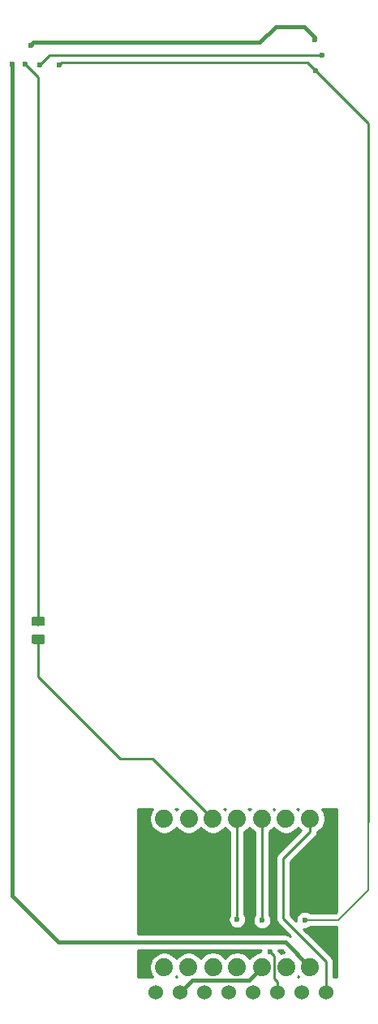
<source format=gbr>
G04 #@! TF.GenerationSoftware,KiCad,Pcbnew,(5.1.2)-1*
G04 #@! TF.CreationDate,2023-11-23T11:34:59+09:00*
G04 #@! TF.ProjectId,gopher_goldpilot_xiao_v2,676f7068-6572-45f6-976f-6c6470696c6f,rev?*
G04 #@! TF.SameCoordinates,Original*
G04 #@! TF.FileFunction,Copper,L2,Bot*
G04 #@! TF.FilePolarity,Positive*
%FSLAX46Y46*%
G04 Gerber Fmt 4.6, Leading zero omitted, Abs format (unit mm)*
G04 Created by KiCad (PCBNEW (5.1.2)-1) date 2023-11-23 11:34:59*
%MOMM*%
%LPD*%
G04 APERTURE LIST*
%ADD10C,1.524000*%
%ADD11C,1.879600*%
%ADD12C,0.100000*%
%ADD13C,0.975000*%
%ADD14C,0.600000*%
%ADD15C,0.250000*%
%ADD16C,0.200000*%
%ADD17C,0.400000*%
%ADD18C,0.254000*%
G04 APERTURE END LIST*
D10*
X127280000Y-169800000D03*
X124740000Y-169800000D03*
X122200000Y-169800000D03*
X119660000Y-169800000D03*
X117120000Y-169800000D03*
X114580000Y-169800000D03*
X112040000Y-169800000D03*
X109500000Y-169800000D03*
D11*
X125630000Y-167180000D03*
X123100000Y-167180000D03*
X120560000Y-167180000D03*
X118010000Y-167170000D03*
X115480000Y-167170000D03*
X112930000Y-167180000D03*
X110390000Y-167180000D03*
X110390000Y-151680000D03*
X112940000Y-151680000D03*
X115470000Y-151680000D03*
X118000000Y-151680000D03*
X120560000Y-151680000D03*
X123090000Y-151680000D03*
X125630000Y-151670000D03*
D12*
G36*
X97711342Y-130603074D02*
G01*
X97735003Y-130606584D01*
X97758207Y-130612396D01*
X97780729Y-130620454D01*
X97802353Y-130630682D01*
X97822870Y-130642979D01*
X97842083Y-130657229D01*
X97859807Y-130673293D01*
X97875871Y-130691017D01*
X97890121Y-130710230D01*
X97902418Y-130730747D01*
X97912646Y-130752371D01*
X97920704Y-130774893D01*
X97926516Y-130798097D01*
X97930026Y-130821758D01*
X97931200Y-130845650D01*
X97931200Y-131333150D01*
X97930026Y-131357042D01*
X97926516Y-131380703D01*
X97920704Y-131403907D01*
X97912646Y-131426429D01*
X97902418Y-131448053D01*
X97890121Y-131468570D01*
X97875871Y-131487783D01*
X97859807Y-131505507D01*
X97842083Y-131521571D01*
X97822870Y-131535821D01*
X97802353Y-131548118D01*
X97780729Y-131558346D01*
X97758207Y-131566404D01*
X97735003Y-131572216D01*
X97711342Y-131575726D01*
X97687450Y-131576900D01*
X96774950Y-131576900D01*
X96751058Y-131575726D01*
X96727397Y-131572216D01*
X96704193Y-131566404D01*
X96681671Y-131558346D01*
X96660047Y-131548118D01*
X96639530Y-131535821D01*
X96620317Y-131521571D01*
X96602593Y-131505507D01*
X96586529Y-131487783D01*
X96572279Y-131468570D01*
X96559982Y-131448053D01*
X96549754Y-131426429D01*
X96541696Y-131403907D01*
X96535884Y-131380703D01*
X96532374Y-131357042D01*
X96531200Y-131333150D01*
X96531200Y-130845650D01*
X96532374Y-130821758D01*
X96535884Y-130798097D01*
X96541696Y-130774893D01*
X96549754Y-130752371D01*
X96559982Y-130730747D01*
X96572279Y-130710230D01*
X96586529Y-130691017D01*
X96602593Y-130673293D01*
X96620317Y-130657229D01*
X96639530Y-130642979D01*
X96660047Y-130630682D01*
X96681671Y-130620454D01*
X96704193Y-130612396D01*
X96727397Y-130606584D01*
X96751058Y-130603074D01*
X96774950Y-130601900D01*
X97687450Y-130601900D01*
X97711342Y-130603074D01*
X97711342Y-130603074D01*
G37*
D13*
X97231200Y-131089400D03*
D12*
G36*
X97711342Y-132478074D02*
G01*
X97735003Y-132481584D01*
X97758207Y-132487396D01*
X97780729Y-132495454D01*
X97802353Y-132505682D01*
X97822870Y-132517979D01*
X97842083Y-132532229D01*
X97859807Y-132548293D01*
X97875871Y-132566017D01*
X97890121Y-132585230D01*
X97902418Y-132605747D01*
X97912646Y-132627371D01*
X97920704Y-132649893D01*
X97926516Y-132673097D01*
X97930026Y-132696758D01*
X97931200Y-132720650D01*
X97931200Y-133208150D01*
X97930026Y-133232042D01*
X97926516Y-133255703D01*
X97920704Y-133278907D01*
X97912646Y-133301429D01*
X97902418Y-133323053D01*
X97890121Y-133343570D01*
X97875871Y-133362783D01*
X97859807Y-133380507D01*
X97842083Y-133396571D01*
X97822870Y-133410821D01*
X97802353Y-133423118D01*
X97780729Y-133433346D01*
X97758207Y-133441404D01*
X97735003Y-133447216D01*
X97711342Y-133450726D01*
X97687450Y-133451900D01*
X96774950Y-133451900D01*
X96751058Y-133450726D01*
X96727397Y-133447216D01*
X96704193Y-133441404D01*
X96681671Y-133433346D01*
X96660047Y-133423118D01*
X96639530Y-133410821D01*
X96620317Y-133396571D01*
X96602593Y-133380507D01*
X96586529Y-133362783D01*
X96572279Y-133343570D01*
X96559982Y-133323053D01*
X96549754Y-133301429D01*
X96541696Y-133278907D01*
X96535884Y-133255703D01*
X96532374Y-133232042D01*
X96531200Y-133208150D01*
X96531200Y-132720650D01*
X96532374Y-132696758D01*
X96535884Y-132673097D01*
X96541696Y-132649893D01*
X96549754Y-132627371D01*
X96559982Y-132605747D01*
X96572279Y-132585230D01*
X96586529Y-132566017D01*
X96602593Y-132548293D01*
X96620317Y-132532229D01*
X96639530Y-132517979D01*
X96660047Y-132505682D01*
X96681671Y-132495454D01*
X96704193Y-132487396D01*
X96727397Y-132481584D01*
X96751058Y-132478074D01*
X96774950Y-132476900D01*
X97687450Y-132476900D01*
X97711342Y-132478074D01*
X97711342Y-132478074D01*
G37*
D13*
X97231200Y-132964400D03*
D14*
X99390200Y-73063100D03*
X126174500Y-73609200D03*
X125050000Y-162240000D03*
X97409000Y-72999600D03*
X126885700Y-72034400D03*
X95859600Y-72961500D03*
X94488000Y-72961500D03*
X96431100Y-70980300D03*
X126136400Y-70408800D03*
X121400000Y-165600000D03*
X120600000Y-162300000D03*
X118000000Y-162200000D03*
D15*
X126174500Y-73609200D02*
X131660900Y-79095600D01*
X131660900Y-79095600D02*
X131660900Y-152023700D01*
X99390200Y-73063100D02*
X99690199Y-72763101D01*
X125328401Y-72763101D02*
X126174500Y-73609200D01*
X99690199Y-72763101D02*
X125328401Y-72763101D01*
D16*
X131660900Y-152023700D02*
X131660900Y-159159100D01*
X131660900Y-159159100D02*
X128580000Y-162240000D01*
X128580000Y-162240000D02*
X125050000Y-162240000D01*
D15*
X97409000Y-72999600D02*
X98374200Y-72034400D01*
X98374200Y-72034400D02*
X126885700Y-72034400D01*
X95859600Y-72961500D02*
X97231200Y-74333100D01*
X97231200Y-74333100D02*
X97231200Y-127589280D01*
X97231200Y-127589280D02*
X97231200Y-131089400D01*
D17*
X96731099Y-70680301D02*
X120340399Y-70680301D01*
X96431100Y-70980300D02*
X96731099Y-70680301D01*
X120340399Y-70680301D02*
X122008900Y-69011800D01*
X122008900Y-69011800D02*
X125006100Y-69011800D01*
X125006100Y-69011800D02*
X126136400Y-70142100D01*
X126136400Y-70142100D02*
X126136400Y-70408800D01*
X94488000Y-72961500D02*
X94488000Y-151980900D01*
X125630000Y-167180000D02*
X123030000Y-164580000D01*
X123030000Y-164580000D02*
X99380000Y-164580000D01*
X94488000Y-159688000D02*
X94488000Y-151980900D01*
X99380000Y-164580000D02*
X94488000Y-159688000D01*
D15*
X121824801Y-168347171D02*
X121824801Y-166024801D01*
X122200000Y-169800000D02*
X122200000Y-168722370D01*
X122200000Y-168722370D02*
X121824801Y-168347171D01*
X121824801Y-166024801D02*
X121400000Y-165600000D01*
X120600000Y-151720000D02*
X120560000Y-151680000D01*
X120600000Y-162300000D02*
X120600000Y-151720000D01*
X118000000Y-162200000D02*
X118000000Y-151680000D01*
D17*
X113330199Y-168509801D02*
X112040000Y-169800000D01*
X120560000Y-167180000D02*
X119230199Y-168509801D01*
X119230199Y-168509801D02*
X113330199Y-168509801D01*
D15*
X97231200Y-132964400D02*
X97231200Y-136831200D01*
X97231200Y-136831200D02*
X105800000Y-145400000D01*
X109190000Y-145400000D02*
X115470000Y-151680000D01*
X105800000Y-145400000D02*
X109190000Y-145400000D01*
X127280000Y-166580000D02*
X127280000Y-169800000D01*
X122800000Y-162100000D02*
X127280000Y-166580000D01*
X122800000Y-155829077D02*
X122800000Y-162100000D01*
X125630000Y-151670000D02*
X125630000Y-152999077D01*
X125630000Y-152999077D02*
X122800000Y-155829077D01*
D18*
G36*
X128372786Y-168202939D02*
G01*
X128040000Y-168202780D01*
X128040000Y-166617325D01*
X128043676Y-166580000D01*
X128040000Y-166542675D01*
X128040000Y-166542667D01*
X128029003Y-166431014D01*
X127985546Y-166287753D01*
X127914974Y-166155724D01*
X127820001Y-166039999D01*
X127791004Y-166016202D01*
X124947788Y-163172986D01*
X124957911Y-163175000D01*
X125142089Y-163175000D01*
X125322729Y-163139068D01*
X125492889Y-163068586D01*
X125632951Y-162975000D01*
X128363985Y-162975000D01*
X128372786Y-168202939D01*
X128372786Y-168202939D01*
G37*
X128372786Y-168202939D02*
X128040000Y-168202780D01*
X128040000Y-166617325D01*
X128043676Y-166580000D01*
X128040000Y-166542675D01*
X128040000Y-166542667D01*
X128029003Y-166431014D01*
X127985546Y-166287753D01*
X127914974Y-166155724D01*
X127820001Y-166039999D01*
X127791004Y-166016202D01*
X124947788Y-163172986D01*
X124957911Y-163175000D01*
X125142089Y-163175000D01*
X125322729Y-163139068D01*
X125492889Y-163068586D01*
X125632951Y-162975000D01*
X128363985Y-162975000D01*
X128372786Y-168202939D01*
G36*
X124406773Y-168183877D02*
G01*
X124423953Y-168201057D01*
X124306103Y-168201001D01*
X124323227Y-168183877D01*
X124365000Y-168121359D01*
X124406773Y-168183877D01*
X124406773Y-168183877D01*
G37*
X124406773Y-168183877D02*
X124423953Y-168201057D01*
X124306103Y-168201001D01*
X124323227Y-168183877D01*
X124365000Y-168121359D01*
X124406773Y-168183877D01*
G36*
X111706773Y-168183877D02*
G01*
X111717897Y-168195001D01*
X111602158Y-168194946D01*
X111613227Y-168183877D01*
X111660000Y-168113876D01*
X111706773Y-168183877D01*
X111706773Y-168183877D01*
G37*
X111706773Y-168183877D02*
X111717897Y-168195001D01*
X111602158Y-168194946D01*
X111613227Y-168183877D01*
X111660000Y-168113876D01*
X111706773Y-168183877D01*
G36*
X120465000Y-165507911D02*
G01*
X120465000Y-165605200D01*
X120404896Y-165605200D01*
X120100648Y-165665718D01*
X119814052Y-165784430D01*
X119556123Y-165956773D01*
X119336773Y-166176123D01*
X119288341Y-166248607D01*
X119233227Y-166166123D01*
X119013877Y-165946773D01*
X118755948Y-165774430D01*
X118469352Y-165655718D01*
X118165104Y-165595200D01*
X117854896Y-165595200D01*
X117550648Y-165655718D01*
X117264052Y-165774430D01*
X117006123Y-165946773D01*
X116786773Y-166166123D01*
X116745000Y-166228641D01*
X116703227Y-166166123D01*
X116483877Y-165946773D01*
X116225948Y-165774430D01*
X115939352Y-165655718D01*
X115635104Y-165595200D01*
X115324896Y-165595200D01*
X115020648Y-165655718D01*
X114734052Y-165774430D01*
X114476123Y-165946773D01*
X114256773Y-166166123D01*
X114201659Y-166248607D01*
X114153227Y-166176123D01*
X113933877Y-165956773D01*
X113675948Y-165784430D01*
X113389352Y-165665718D01*
X113085104Y-165605200D01*
X112774896Y-165605200D01*
X112470648Y-165665718D01*
X112184052Y-165784430D01*
X111926123Y-165956773D01*
X111706773Y-166176123D01*
X111660000Y-166246124D01*
X111613227Y-166176123D01*
X111393877Y-165956773D01*
X111135948Y-165784430D01*
X110849352Y-165665718D01*
X110545104Y-165605200D01*
X110234896Y-165605200D01*
X109930648Y-165665718D01*
X109644052Y-165784430D01*
X109386123Y-165956773D01*
X109166773Y-166176123D01*
X108994430Y-166434052D01*
X108875718Y-166720648D01*
X108815200Y-167024896D01*
X108815200Y-167335104D01*
X108875718Y-167639352D01*
X108994430Y-167925948D01*
X109166773Y-168183877D01*
X109176686Y-168193790D01*
X107647000Y-168193061D01*
X107647000Y-165415000D01*
X120483481Y-165415000D01*
X120465000Y-165507911D01*
X120465000Y-165507911D01*
G37*
X120465000Y-165507911D02*
X120465000Y-165605200D01*
X120404896Y-165605200D01*
X120100648Y-165665718D01*
X119814052Y-165784430D01*
X119556123Y-165956773D01*
X119336773Y-166176123D01*
X119288341Y-166248607D01*
X119233227Y-166166123D01*
X119013877Y-165946773D01*
X118755948Y-165774430D01*
X118469352Y-165655718D01*
X118165104Y-165595200D01*
X117854896Y-165595200D01*
X117550648Y-165655718D01*
X117264052Y-165774430D01*
X117006123Y-165946773D01*
X116786773Y-166166123D01*
X116745000Y-166228641D01*
X116703227Y-166166123D01*
X116483877Y-165946773D01*
X116225948Y-165774430D01*
X115939352Y-165655718D01*
X115635104Y-165595200D01*
X115324896Y-165595200D01*
X115020648Y-165655718D01*
X114734052Y-165774430D01*
X114476123Y-165946773D01*
X114256773Y-166166123D01*
X114201659Y-166248607D01*
X114153227Y-166176123D01*
X113933877Y-165956773D01*
X113675948Y-165784430D01*
X113389352Y-165665718D01*
X113085104Y-165605200D01*
X112774896Y-165605200D01*
X112470648Y-165665718D01*
X112184052Y-165784430D01*
X111926123Y-165956773D01*
X111706773Y-166176123D01*
X111660000Y-166246124D01*
X111613227Y-166176123D01*
X111393877Y-165956773D01*
X111135948Y-165784430D01*
X110849352Y-165665718D01*
X110545104Y-165605200D01*
X110234896Y-165605200D01*
X109930648Y-165665718D01*
X109644052Y-165784430D01*
X109386123Y-165956773D01*
X109166773Y-166176123D01*
X108994430Y-166434052D01*
X108875718Y-166720648D01*
X108815200Y-167024896D01*
X108815200Y-167335104D01*
X108875718Y-167639352D01*
X108994430Y-167925948D01*
X109166773Y-168183877D01*
X109176686Y-168193790D01*
X107647000Y-168193061D01*
X107647000Y-165415000D01*
X120483481Y-165415000D01*
X120465000Y-165507911D01*
G36*
X122886040Y-165616907D02*
G01*
X122640648Y-165665718D01*
X122521092Y-165715240D01*
X122459775Y-165600525D01*
X122364802Y-165484800D01*
X122335798Y-165460997D01*
X122323153Y-165448352D01*
X122316519Y-165415000D01*
X122684133Y-165415000D01*
X122886040Y-165616907D01*
X122886040Y-165616907D01*
G37*
X122886040Y-165616907D02*
X122640648Y-165665718D01*
X122521092Y-165715240D01*
X122459775Y-165600525D01*
X122364802Y-165484800D01*
X122335798Y-165460997D01*
X122323153Y-165448352D01*
X122316519Y-165415000D01*
X122684133Y-165415000D01*
X122886040Y-165616907D01*
G36*
X109166773Y-150676123D02*
G01*
X108994430Y-150934052D01*
X108875718Y-151220648D01*
X108815200Y-151524896D01*
X108815200Y-151835104D01*
X108875718Y-152139352D01*
X108994430Y-152425948D01*
X109166773Y-152683877D01*
X109386123Y-152903227D01*
X109644052Y-153075570D01*
X109930648Y-153194282D01*
X110234896Y-153254800D01*
X110545104Y-153254800D01*
X110849352Y-153194282D01*
X111135948Y-153075570D01*
X111393877Y-152903227D01*
X111613227Y-152683877D01*
X111665000Y-152606393D01*
X111716773Y-152683877D01*
X111936123Y-152903227D01*
X112194052Y-153075570D01*
X112480648Y-153194282D01*
X112784896Y-153254800D01*
X113095104Y-153254800D01*
X113399352Y-153194282D01*
X113685948Y-153075570D01*
X113943877Y-152903227D01*
X114163227Y-152683877D01*
X114205000Y-152621359D01*
X114246773Y-152683877D01*
X114466123Y-152903227D01*
X114724052Y-153075570D01*
X115010648Y-153194282D01*
X115314896Y-153254800D01*
X115625104Y-153254800D01*
X115929352Y-153194282D01*
X116215948Y-153075570D01*
X116473877Y-152903227D01*
X116693227Y-152683877D01*
X116735000Y-152621359D01*
X116776773Y-152683877D01*
X116996123Y-152903227D01*
X117240001Y-153066181D01*
X117240000Y-161654465D01*
X117171414Y-161757111D01*
X117100932Y-161927271D01*
X117065000Y-162107911D01*
X117065000Y-162292089D01*
X117100932Y-162472729D01*
X117171414Y-162642889D01*
X117273738Y-162796028D01*
X117403972Y-162926262D01*
X117557111Y-163028586D01*
X117727271Y-163099068D01*
X117907911Y-163135000D01*
X118092089Y-163135000D01*
X118272729Y-163099068D01*
X118442889Y-163028586D01*
X118596028Y-162926262D01*
X118726262Y-162796028D01*
X118828586Y-162642889D01*
X118899068Y-162472729D01*
X118935000Y-162292089D01*
X118935000Y-162107911D01*
X118899068Y-161927271D01*
X118828586Y-161757111D01*
X118760000Y-161654465D01*
X118760000Y-153066181D01*
X119003877Y-152903227D01*
X119223227Y-152683877D01*
X119280000Y-152598910D01*
X119336773Y-152683877D01*
X119556123Y-152903227D01*
X119814052Y-153075570D01*
X119840001Y-153086318D01*
X119840000Y-161754465D01*
X119771414Y-161857111D01*
X119700932Y-162027271D01*
X119665000Y-162207911D01*
X119665000Y-162392089D01*
X119700932Y-162572729D01*
X119771414Y-162742889D01*
X119873738Y-162896028D01*
X120003972Y-163026262D01*
X120157111Y-163128586D01*
X120327271Y-163199068D01*
X120507911Y-163235000D01*
X120692089Y-163235000D01*
X120872729Y-163199068D01*
X121042889Y-163128586D01*
X121196028Y-163026262D01*
X121326262Y-162896028D01*
X121428586Y-162742889D01*
X121499068Y-162572729D01*
X121535000Y-162392089D01*
X121535000Y-162207911D01*
X121499068Y-162027271D01*
X121428586Y-161857111D01*
X121360000Y-161754465D01*
X121360000Y-153039454D01*
X121563877Y-152903227D01*
X121783227Y-152683877D01*
X121825000Y-152621359D01*
X121866773Y-152683877D01*
X122086123Y-152903227D01*
X122344052Y-153075570D01*
X122630648Y-153194282D01*
X122934896Y-153254800D01*
X123245104Y-153254800D01*
X123549352Y-153194282D01*
X123835948Y-153075570D01*
X124093877Y-152903227D01*
X124313227Y-152683877D01*
X124363341Y-152608876D01*
X124406773Y-152673877D01*
X124626123Y-152893227D01*
X124647059Y-152907216D01*
X122289003Y-155265273D01*
X122259999Y-155289076D01*
X122204871Y-155356251D01*
X122165026Y-155404801D01*
X122094455Y-155536830D01*
X122094454Y-155536831D01*
X122050997Y-155680092D01*
X122040000Y-155791745D01*
X122040000Y-155791755D01*
X122036324Y-155829077D01*
X122040000Y-155866400D01*
X122040001Y-162062668D01*
X122036324Y-162100000D01*
X122050998Y-162248985D01*
X122094454Y-162392246D01*
X122165026Y-162524276D01*
X122220809Y-162592247D01*
X122260000Y-162640001D01*
X122288998Y-162663799D01*
X123559812Y-163934613D01*
X123496146Y-163882364D01*
X123351087Y-163804828D01*
X123193689Y-163757082D01*
X123071019Y-163745000D01*
X123071018Y-163745000D01*
X123030000Y-163740960D01*
X122988982Y-163745000D01*
X107647000Y-163745000D01*
X107647000Y-150637000D01*
X109205896Y-150637000D01*
X109166773Y-150676123D01*
X109166773Y-150676123D01*
G37*
X109166773Y-150676123D02*
X108994430Y-150934052D01*
X108875718Y-151220648D01*
X108815200Y-151524896D01*
X108815200Y-151835104D01*
X108875718Y-152139352D01*
X108994430Y-152425948D01*
X109166773Y-152683877D01*
X109386123Y-152903227D01*
X109644052Y-153075570D01*
X109930648Y-153194282D01*
X110234896Y-153254800D01*
X110545104Y-153254800D01*
X110849352Y-153194282D01*
X111135948Y-153075570D01*
X111393877Y-152903227D01*
X111613227Y-152683877D01*
X111665000Y-152606393D01*
X111716773Y-152683877D01*
X111936123Y-152903227D01*
X112194052Y-153075570D01*
X112480648Y-153194282D01*
X112784896Y-153254800D01*
X113095104Y-153254800D01*
X113399352Y-153194282D01*
X113685948Y-153075570D01*
X113943877Y-152903227D01*
X114163227Y-152683877D01*
X114205000Y-152621359D01*
X114246773Y-152683877D01*
X114466123Y-152903227D01*
X114724052Y-153075570D01*
X115010648Y-153194282D01*
X115314896Y-153254800D01*
X115625104Y-153254800D01*
X115929352Y-153194282D01*
X116215948Y-153075570D01*
X116473877Y-152903227D01*
X116693227Y-152683877D01*
X116735000Y-152621359D01*
X116776773Y-152683877D01*
X116996123Y-152903227D01*
X117240001Y-153066181D01*
X117240000Y-161654465D01*
X117171414Y-161757111D01*
X117100932Y-161927271D01*
X117065000Y-162107911D01*
X117065000Y-162292089D01*
X117100932Y-162472729D01*
X117171414Y-162642889D01*
X117273738Y-162796028D01*
X117403972Y-162926262D01*
X117557111Y-163028586D01*
X117727271Y-163099068D01*
X117907911Y-163135000D01*
X118092089Y-163135000D01*
X118272729Y-163099068D01*
X118442889Y-163028586D01*
X118596028Y-162926262D01*
X118726262Y-162796028D01*
X118828586Y-162642889D01*
X118899068Y-162472729D01*
X118935000Y-162292089D01*
X118935000Y-162107911D01*
X118899068Y-161927271D01*
X118828586Y-161757111D01*
X118760000Y-161654465D01*
X118760000Y-153066181D01*
X119003877Y-152903227D01*
X119223227Y-152683877D01*
X119280000Y-152598910D01*
X119336773Y-152683877D01*
X119556123Y-152903227D01*
X119814052Y-153075570D01*
X119840001Y-153086318D01*
X119840000Y-161754465D01*
X119771414Y-161857111D01*
X119700932Y-162027271D01*
X119665000Y-162207911D01*
X119665000Y-162392089D01*
X119700932Y-162572729D01*
X119771414Y-162742889D01*
X119873738Y-162896028D01*
X120003972Y-163026262D01*
X120157111Y-163128586D01*
X120327271Y-163199068D01*
X120507911Y-163235000D01*
X120692089Y-163235000D01*
X120872729Y-163199068D01*
X121042889Y-163128586D01*
X121196028Y-163026262D01*
X121326262Y-162896028D01*
X121428586Y-162742889D01*
X121499068Y-162572729D01*
X121535000Y-162392089D01*
X121535000Y-162207911D01*
X121499068Y-162027271D01*
X121428586Y-161857111D01*
X121360000Y-161754465D01*
X121360000Y-153039454D01*
X121563877Y-152903227D01*
X121783227Y-152683877D01*
X121825000Y-152621359D01*
X121866773Y-152683877D01*
X122086123Y-152903227D01*
X122344052Y-153075570D01*
X122630648Y-153194282D01*
X122934896Y-153254800D01*
X123245104Y-153254800D01*
X123549352Y-153194282D01*
X123835948Y-153075570D01*
X124093877Y-152903227D01*
X124313227Y-152683877D01*
X124363341Y-152608876D01*
X124406773Y-152673877D01*
X124626123Y-152893227D01*
X124647059Y-152907216D01*
X122289003Y-155265273D01*
X122259999Y-155289076D01*
X122204871Y-155356251D01*
X122165026Y-155404801D01*
X122094455Y-155536830D01*
X122094454Y-155536831D01*
X122050997Y-155680092D01*
X122040000Y-155791745D01*
X122040000Y-155791755D01*
X122036324Y-155829077D01*
X122040000Y-155866400D01*
X122040001Y-162062668D01*
X122036324Y-162100000D01*
X122050998Y-162248985D01*
X122094454Y-162392246D01*
X122165026Y-162524276D01*
X122220809Y-162592247D01*
X122260000Y-162640001D01*
X122288998Y-162663799D01*
X123559812Y-163934613D01*
X123496146Y-163882364D01*
X123351087Y-163804828D01*
X123193689Y-163757082D01*
X123071019Y-163745000D01*
X123071018Y-163745000D01*
X123030000Y-163740960D01*
X122988982Y-163745000D01*
X107647000Y-163745000D01*
X107647000Y-150637000D01*
X109205896Y-150637000D01*
X109166773Y-150676123D01*
G36*
X128361365Y-161419189D02*
G01*
X128275554Y-161505000D01*
X125632951Y-161505000D01*
X125492889Y-161411414D01*
X125322729Y-161340932D01*
X125142089Y-161305000D01*
X124957911Y-161305000D01*
X124777271Y-161340932D01*
X124607111Y-161411414D01*
X124453972Y-161513738D01*
X124323738Y-161643972D01*
X124221414Y-161797111D01*
X124150932Y-161967271D01*
X124115000Y-162147911D01*
X124115000Y-162332089D01*
X124117014Y-162342213D01*
X123560000Y-161785199D01*
X123560000Y-156143878D01*
X126141008Y-153562872D01*
X126170001Y-153539078D01*
X126193795Y-153510085D01*
X126193799Y-153510081D01*
X126264973Y-153423354D01*
X126264974Y-153423353D01*
X126335546Y-153291324D01*
X126379003Y-153148063D01*
X126387916Y-153057574D01*
X126633877Y-152893227D01*
X126853227Y-152673877D01*
X127025570Y-152415948D01*
X127144282Y-152129352D01*
X127204800Y-151825104D01*
X127204800Y-151514896D01*
X127144282Y-151210648D01*
X127025570Y-150924052D01*
X126853227Y-150666123D01*
X126824104Y-150637000D01*
X128343213Y-150637000D01*
X128361365Y-161419189D01*
X128361365Y-161419189D01*
G37*
X128361365Y-161419189D02*
X128275554Y-161505000D01*
X125632951Y-161505000D01*
X125492889Y-161411414D01*
X125322729Y-161340932D01*
X125142089Y-161305000D01*
X124957911Y-161305000D01*
X124777271Y-161340932D01*
X124607111Y-161411414D01*
X124453972Y-161513738D01*
X124323738Y-161643972D01*
X124221414Y-161797111D01*
X124150932Y-161967271D01*
X124115000Y-162147911D01*
X124115000Y-162332089D01*
X124117014Y-162342213D01*
X123560000Y-161785199D01*
X123560000Y-156143878D01*
X126141008Y-153562872D01*
X126170001Y-153539078D01*
X126193795Y-153510085D01*
X126193799Y-153510081D01*
X126264973Y-153423354D01*
X126264974Y-153423353D01*
X126335546Y-153291324D01*
X126379003Y-153148063D01*
X126387916Y-153057574D01*
X126633877Y-152893227D01*
X126853227Y-152673877D01*
X127025570Y-152415948D01*
X127144282Y-152129352D01*
X127204800Y-151825104D01*
X127204800Y-151514896D01*
X127144282Y-151210648D01*
X127025570Y-150924052D01*
X126853227Y-150666123D01*
X126824104Y-150637000D01*
X128343213Y-150637000D01*
X128361365Y-161419189D01*
G36*
X119336773Y-150676123D02*
G01*
X119280000Y-150761090D01*
X119223227Y-150676123D01*
X119184104Y-150637000D01*
X119375896Y-150637000D01*
X119336773Y-150676123D01*
X119336773Y-150676123D01*
G37*
X119336773Y-150676123D02*
X119280000Y-150761090D01*
X119223227Y-150676123D01*
X119184104Y-150637000D01*
X119375896Y-150637000D01*
X119336773Y-150676123D01*
G36*
X111716773Y-150676123D02*
G01*
X111665000Y-150753607D01*
X111613227Y-150676123D01*
X111574104Y-150637000D01*
X111755896Y-150637000D01*
X111716773Y-150676123D01*
X111716773Y-150676123D01*
G37*
X111716773Y-150676123D02*
X111665000Y-150753607D01*
X111613227Y-150676123D01*
X111574104Y-150637000D01*
X111755896Y-150637000D01*
X111716773Y-150676123D01*
G36*
X124406773Y-150666123D02*
G01*
X124356659Y-150741124D01*
X124313227Y-150676123D01*
X124274104Y-150637000D01*
X124435896Y-150637000D01*
X124406773Y-150666123D01*
X124406773Y-150666123D01*
G37*
X124406773Y-150666123D02*
X124356659Y-150741124D01*
X124313227Y-150676123D01*
X124274104Y-150637000D01*
X124435896Y-150637000D01*
X124406773Y-150666123D01*
G36*
X116776773Y-150676123D02*
G01*
X116735000Y-150738641D01*
X116693227Y-150676123D01*
X116654104Y-150637000D01*
X116815896Y-150637000D01*
X116776773Y-150676123D01*
X116776773Y-150676123D01*
G37*
X116776773Y-150676123D02*
X116735000Y-150738641D01*
X116693227Y-150676123D01*
X116654104Y-150637000D01*
X116815896Y-150637000D01*
X116776773Y-150676123D01*
G36*
X121866773Y-150676123D02*
G01*
X121825000Y-150738641D01*
X121783227Y-150676123D01*
X121744104Y-150637000D01*
X121905896Y-150637000D01*
X121866773Y-150676123D01*
X121866773Y-150676123D01*
G37*
X121866773Y-150676123D02*
X121825000Y-150738641D01*
X121783227Y-150676123D01*
X121744104Y-150637000D01*
X121905896Y-150637000D01*
X121866773Y-150676123D01*
M02*

</source>
